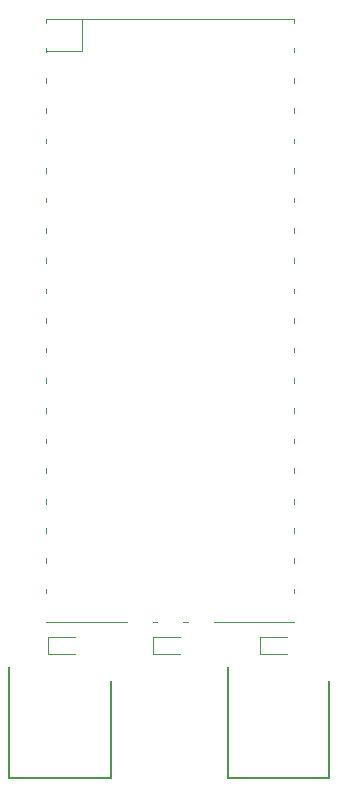
<source format=gbr>
%TF.GenerationSoftware,KiCad,Pcbnew,7.0.7-7.0.7~ubuntu22.04.1*%
%TF.CreationDate,2023-09-18T01:56:03+01:00*%
%TF.ProjectId,cam_delay_meas_photo,63616d5f-6465-46c6-9179-5f6d6561735f,rev?*%
%TF.SameCoordinates,Original*%
%TF.FileFunction,Legend,Top*%
%TF.FilePolarity,Positive*%
%FSLAX46Y46*%
G04 Gerber Fmt 4.6, Leading zero omitted, Abs format (unit mm)*
G04 Created by KiCad (PCBNEW 7.0.7-7.0.7~ubuntu22.04.1) date 2023-09-18 01:56:03*
%MOMM*%
%LPD*%
G01*
G04 APERTURE LIST*
%ADD10C,0.120000*%
%ADD11C,0.200000*%
G04 APERTURE END LIST*
D10*
%TO.C,D3*%
X122615000Y-102865000D02*
X122615000Y-104335000D01*
X122615000Y-104335000D02*
X124900000Y-104335000D01*
X124900000Y-102865000D02*
X122615000Y-102865000D01*
%TO.C,D1*%
X104615000Y-102865000D02*
X104615000Y-104335000D01*
X104615000Y-104335000D02*
X106900000Y-104335000D01*
X106900000Y-102865000D02*
X104615000Y-102865000D01*
D11*
%TO.C,J1*%
X109950000Y-114775000D02*
X101350000Y-114775000D01*
X109950000Y-106575000D02*
X109950000Y-114775000D01*
X101350000Y-114775000D02*
X101350000Y-105375000D01*
%TO.C,J2*%
X128450000Y-114775000D02*
X119850000Y-114775000D01*
X128450000Y-106575000D02*
X128450000Y-114775000D01*
X119850000Y-114775000D02*
X119850000Y-105375000D01*
D10*
%TO.C,U2*%
X104500000Y-50555000D02*
X104500000Y-50855000D01*
X104500000Y-50555000D02*
X125500000Y-50555000D01*
X104500000Y-52955000D02*
X104500000Y-53355000D01*
X104500000Y-53222000D02*
X107507000Y-53222000D01*
X104500000Y-55555000D02*
X104500000Y-55955000D01*
X104500000Y-58055000D02*
X104500000Y-58455000D01*
X104500000Y-60655000D02*
X104500000Y-61055000D01*
X104500000Y-63155000D02*
X104500000Y-63555000D01*
X104500000Y-65655000D02*
X104500000Y-66055000D01*
X104500000Y-68255000D02*
X104500000Y-68655000D01*
X104500000Y-70755000D02*
X104500000Y-71155000D01*
X104500000Y-73355000D02*
X104500000Y-73755000D01*
X104500000Y-75855000D02*
X104500000Y-76255000D01*
X104500000Y-78355000D02*
X104500000Y-78755000D01*
X104500000Y-80955000D02*
X104500000Y-81355000D01*
X104500000Y-83455000D02*
X104500000Y-83855000D01*
X104500000Y-86055000D02*
X104500000Y-86455000D01*
X104500000Y-88555000D02*
X104500000Y-88955000D01*
X104500000Y-91155000D02*
X104500000Y-91555000D01*
X104500000Y-93655000D02*
X104500000Y-94055000D01*
X104500000Y-96155000D02*
X104500000Y-96555000D01*
X104500000Y-98755000D02*
X104500000Y-99155000D01*
X107507000Y-53222000D02*
X107507000Y-50555000D01*
X111300000Y-101555000D02*
X104500000Y-101555000D01*
X113500000Y-101555000D02*
X113900000Y-101555000D01*
X116100000Y-101555000D02*
X116500000Y-101555000D01*
X125500000Y-50555000D02*
X125500000Y-50855000D01*
X125500000Y-52955000D02*
X125500000Y-53355000D01*
X125500000Y-55555000D02*
X125500000Y-55955000D01*
X125500000Y-58055000D02*
X125500000Y-58455000D01*
X125500000Y-60655000D02*
X125500000Y-61055000D01*
X125500000Y-63155000D02*
X125500000Y-63555000D01*
X125500000Y-65655000D02*
X125500000Y-66055000D01*
X125500000Y-68255000D02*
X125500000Y-68655000D01*
X125500000Y-70755000D02*
X125500000Y-71155000D01*
X125500000Y-73355000D02*
X125500000Y-73755000D01*
X125500000Y-75855000D02*
X125500000Y-76255000D01*
X125500000Y-78355000D02*
X125500000Y-78755000D01*
X125500000Y-80955000D02*
X125500000Y-81355000D01*
X125500000Y-83455000D02*
X125500000Y-83855000D01*
X125500000Y-86055000D02*
X125500000Y-86455000D01*
X125500000Y-88555000D02*
X125500000Y-88955000D01*
X125500000Y-91155000D02*
X125500000Y-91555000D01*
X125500000Y-93655000D02*
X125500000Y-94055000D01*
X125500000Y-96155000D02*
X125500000Y-96555000D01*
X125500000Y-98755000D02*
X125500000Y-99155000D01*
X125500000Y-101555000D02*
X118700000Y-101555000D01*
%TO.C,D2*%
X113515000Y-102865000D02*
X113515000Y-104335000D01*
X113515000Y-104335000D02*
X115800000Y-104335000D01*
X115800000Y-102865000D02*
X113515000Y-102865000D01*
%TD*%
M02*

</source>
